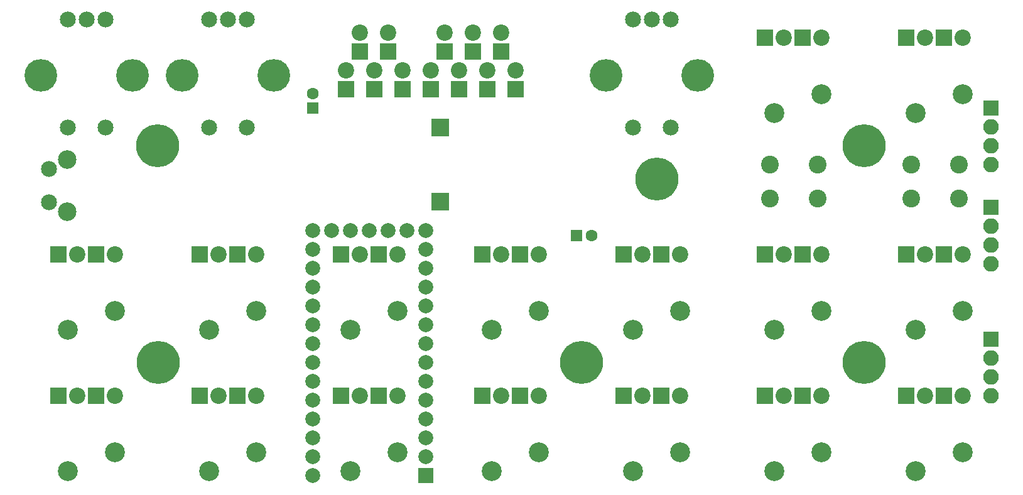
<source format=gbr>
G04 #@! TF.FileFunction,Soldermask,Top*
%FSLAX46Y46*%
G04 Gerber Fmt 4.6, Leading zero omitted, Abs format (unit mm)*
G04 Created by KiCad (PCBNEW 4.0.6+dfsg1-1) date Mon Mar  5 09:48:27 2018*
%MOMM*%
%LPD*%
G01*
G04 APERTURE LIST*
%ADD10C,0.100000*%
%ADD11C,2.000000*%
%ADD12R,2.000000X2.000000*%
%ADD13C,2.686000*%
%ADD14R,1.600000X1.600000*%
%ADD15C,1.600000*%
%ADD16R,2.200000X2.200000*%
%ADD17C,2.200000*%
%ADD18R,2.398980X2.398980*%
%ADD19C,5.800000*%
%ADD20C,1.000000*%
%ADD21C,2.150000*%
%ADD22O,4.400000X4.400000*%
%ADD23C,2.400000*%
%ADD24C,2.500000*%
%ADD25R,2.100000X2.100000*%
%ADD26O,2.100000X2.100000*%
G04 APERTURE END LIST*
D10*
D11*
X132715000Y-53340000D03*
X130175000Y-53340000D03*
X127635000Y-53340000D03*
X125095000Y-53340000D03*
X135255000Y-53340000D03*
X137795000Y-53340000D03*
X140335000Y-53340000D03*
X125095000Y-55880000D03*
X125095000Y-58420000D03*
X125095000Y-60960000D03*
X125095000Y-63500000D03*
X125095000Y-66040000D03*
X125095000Y-68580000D03*
X125095000Y-71120000D03*
X125095000Y-73660000D03*
X125095000Y-76200000D03*
X125095000Y-78740000D03*
X125095000Y-81280000D03*
X125095000Y-83820000D03*
X125095000Y-86360000D03*
X140335000Y-55880000D03*
X140335000Y-58420000D03*
X140335000Y-60960000D03*
X140335000Y-63500000D03*
X140335000Y-66040000D03*
X140335000Y-68580000D03*
X140335000Y-71120000D03*
X140335000Y-73660000D03*
X140335000Y-76200000D03*
X140335000Y-78740000D03*
X140335000Y-81280000D03*
X140335000Y-83820000D03*
D12*
X140335000Y-86360000D03*
D13*
X92075000Y-85725000D03*
X98425000Y-83185000D03*
X111125000Y-85725000D03*
X117475000Y-83185000D03*
X130175000Y-85725000D03*
X136525000Y-83185000D03*
X149225000Y-85725000D03*
X155575000Y-83185000D03*
X168275000Y-85725000D03*
X174625000Y-83185000D03*
X187325000Y-85725000D03*
X193675000Y-83185000D03*
X206375000Y-85725000D03*
X212725000Y-83185000D03*
X92075000Y-66675000D03*
X98425000Y-64135000D03*
X111125000Y-66675000D03*
X117475000Y-64135000D03*
X130175000Y-66675000D03*
X136525000Y-64135000D03*
X149225000Y-66675000D03*
X155575000Y-64135000D03*
X168275000Y-66675000D03*
X174625000Y-64135000D03*
X187325000Y-66675000D03*
X193675000Y-64135000D03*
X206375000Y-66675000D03*
X212725000Y-64135000D03*
X187325000Y-37465000D03*
X193675000Y-34925000D03*
X206375000Y-37465000D03*
X212725000Y-34925000D03*
D14*
X160655000Y-53975000D03*
D15*
X162655000Y-53975000D03*
D16*
X95885000Y-75565000D03*
D17*
X98425000Y-75565000D03*
D16*
X114935000Y-75565000D03*
D17*
X117475000Y-75565000D03*
D16*
X133985000Y-75565000D03*
D17*
X136525000Y-75565000D03*
D16*
X153035000Y-75565000D03*
D17*
X155575000Y-75565000D03*
D16*
X172085000Y-75565000D03*
D17*
X174625000Y-75565000D03*
D16*
X191135000Y-75565000D03*
D17*
X193675000Y-75565000D03*
D16*
X210185000Y-75565000D03*
D17*
X212725000Y-75565000D03*
D16*
X95885000Y-56515000D03*
D17*
X98425000Y-56515000D03*
D16*
X114935000Y-56515000D03*
D17*
X117475000Y-56515000D03*
D16*
X133985000Y-56515000D03*
D17*
X136525000Y-56515000D03*
D16*
X153035000Y-56515000D03*
D17*
X155575000Y-56515000D03*
D16*
X172085000Y-56515000D03*
D17*
X174625000Y-56515000D03*
D16*
X191135000Y-56515000D03*
D17*
X193675000Y-56515000D03*
D16*
X210185000Y-56515000D03*
D17*
X212725000Y-56515000D03*
D16*
X191135000Y-27305000D03*
D17*
X193675000Y-27305000D03*
D16*
X210185000Y-27305000D03*
D17*
X212725000Y-27305000D03*
D16*
X129540000Y-34290000D03*
D17*
X129540000Y-31750000D03*
D16*
X131445000Y-29210000D03*
D17*
X131445000Y-26670000D03*
D16*
X133350000Y-34290000D03*
D17*
X133350000Y-31750000D03*
D16*
X135255000Y-29210000D03*
D17*
X135255000Y-26670000D03*
D16*
X137160000Y-34290000D03*
D17*
X137160000Y-31750000D03*
D16*
X140970000Y-34290000D03*
D17*
X140970000Y-31750000D03*
D16*
X142875000Y-29210000D03*
D17*
X142875000Y-26670000D03*
D16*
X144780000Y-34290000D03*
D17*
X144780000Y-31750000D03*
D16*
X146685000Y-29210000D03*
D17*
X146685000Y-26670000D03*
D16*
X148590000Y-34290000D03*
D17*
X148590000Y-31750000D03*
D16*
X150495000Y-29210000D03*
D17*
X150495000Y-26670000D03*
D16*
X152400000Y-34290000D03*
D17*
X152400000Y-31750000D03*
D16*
X90805000Y-75565000D03*
D17*
X93345000Y-75565000D03*
D16*
X109855000Y-75565000D03*
D17*
X112395000Y-75565000D03*
D16*
X128905000Y-75565000D03*
D17*
X131445000Y-75565000D03*
D16*
X147955000Y-75565000D03*
D17*
X150495000Y-75565000D03*
D16*
X167005000Y-75565000D03*
D17*
X169545000Y-75565000D03*
D16*
X186055000Y-75565000D03*
D17*
X188595000Y-75565000D03*
D16*
X205105000Y-75565000D03*
D17*
X207645000Y-75565000D03*
D16*
X90805000Y-56515000D03*
D17*
X93345000Y-56515000D03*
D16*
X109855000Y-56515000D03*
D17*
X112395000Y-56515000D03*
D16*
X128905000Y-56515000D03*
D17*
X131445000Y-56515000D03*
D16*
X147955000Y-56515000D03*
D17*
X150495000Y-56515000D03*
D16*
X167005000Y-56515000D03*
D17*
X169545000Y-56515000D03*
D16*
X186055000Y-56515000D03*
D17*
X188595000Y-56515000D03*
D16*
X205105000Y-56515000D03*
D17*
X207645000Y-56515000D03*
D16*
X186055000Y-27305000D03*
D17*
X188595000Y-27305000D03*
D16*
X205105000Y-27305000D03*
D17*
X207645000Y-27305000D03*
D18*
X142240000Y-49451260D03*
X142240000Y-39448740D03*
D19*
X104260000Y-71120000D03*
D20*
X106285000Y-71120000D03*
X105691891Y-72551891D03*
X104260000Y-73145000D03*
X102828109Y-72551891D03*
X102235000Y-71120000D03*
X102828109Y-69688109D03*
X104260000Y-69095000D03*
X105691891Y-69688109D03*
D19*
X161290000Y-71120000D03*
D20*
X163315000Y-71120000D03*
X162721891Y-72551891D03*
X161290000Y-73145000D03*
X159858109Y-72551891D03*
X159265000Y-71120000D03*
X159858109Y-69688109D03*
X161290000Y-69095000D03*
X162721891Y-69688109D03*
D19*
X199390000Y-71120000D03*
D20*
X201415000Y-71120000D03*
X200821891Y-72551891D03*
X199390000Y-73145000D03*
X197958109Y-72551891D03*
X197365000Y-71120000D03*
X197958109Y-69688109D03*
X199390000Y-69095000D03*
X200821891Y-69688109D03*
D19*
X199390000Y-41910000D03*
D20*
X201415000Y-41910000D03*
X200821891Y-43341891D03*
X199390000Y-43935000D03*
X197958109Y-43341891D03*
X197365000Y-41910000D03*
X197958109Y-40478109D03*
X199390000Y-39885000D03*
X200821891Y-40478109D03*
D19*
X171450000Y-46355000D03*
D20*
X173475000Y-46355000D03*
X172881891Y-47786891D03*
X171450000Y-48380000D03*
X170018109Y-47786891D03*
X169425000Y-46355000D03*
X170018109Y-44923109D03*
X171450000Y-44330000D03*
X172881891Y-44923109D03*
D19*
X104140000Y-41910000D03*
D20*
X106165000Y-41910000D03*
X105571891Y-43341891D03*
X104140000Y-43935000D03*
X102708109Y-43341891D03*
X102115000Y-41910000D03*
X102708109Y-40478109D03*
X104140000Y-39885000D03*
X105571891Y-40478109D03*
D21*
X173315000Y-24885000D03*
X168315000Y-24885000D03*
X170815000Y-24885000D03*
X168315000Y-39385000D03*
X173315000Y-39385000D03*
D22*
X164615000Y-32385000D03*
X177015000Y-32385000D03*
D14*
X125095000Y-36830000D03*
D15*
X125095000Y-34830000D03*
D23*
X186690000Y-48950000D03*
X186690000Y-44450000D03*
X193190000Y-48950000D03*
X193190000Y-44450000D03*
X205740000Y-48950000D03*
X205740000Y-44450000D03*
X212240000Y-48950000D03*
X212240000Y-44450000D03*
D24*
X92025000Y-43770000D03*
D21*
X89535000Y-45030000D03*
X89535000Y-49530000D03*
D24*
X92025000Y-50780000D03*
D21*
X116165000Y-24885000D03*
X111165000Y-24885000D03*
X113665000Y-24885000D03*
X111165000Y-39385000D03*
X116165000Y-39385000D03*
D22*
X107465000Y-32385000D03*
X119865000Y-32385000D03*
D21*
X97115000Y-24885000D03*
X92115000Y-24885000D03*
X94615000Y-24885000D03*
X92115000Y-39385000D03*
X97115000Y-39385000D03*
D22*
X88415000Y-32385000D03*
X100815000Y-32385000D03*
D25*
X216535000Y-36830000D03*
D26*
X216535000Y-39370000D03*
X216535000Y-41910000D03*
X216535000Y-44450000D03*
D25*
X216535000Y-50165000D03*
D26*
X216535000Y-52705000D03*
X216535000Y-55245000D03*
X216535000Y-57785000D03*
D25*
X216535000Y-67945000D03*
D26*
X216535000Y-70485000D03*
X216535000Y-73025000D03*
X216535000Y-75565000D03*
M02*

</source>
